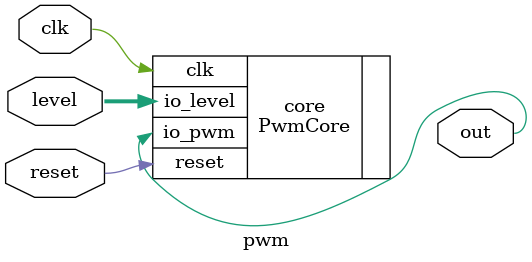
<source format=v>
`default_nettype none
`timescale 1ns/1ns

`include "./src/PwmCore.v"

module pwm (
    input wire clk,
    input wire reset,
    output wire out,
    input wire [7:0] level
    );

    PwmCore core (.clk(clk), .reset(reset), .io_pwm(out), .io_level(level));

endmodule

</source>
